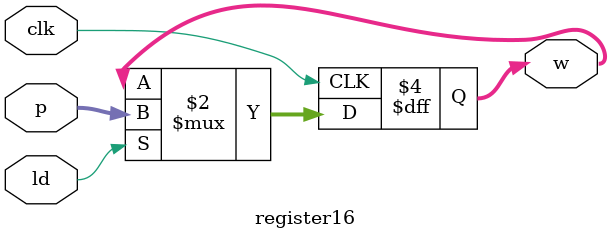
<source format=v>
module register16 (input [15:0]p,input clk,ld,output reg [15:0]w);
  always @(posedge clk)
  begin:my_loop
    if (ld)w<=p;

  end
endmodule

</source>
